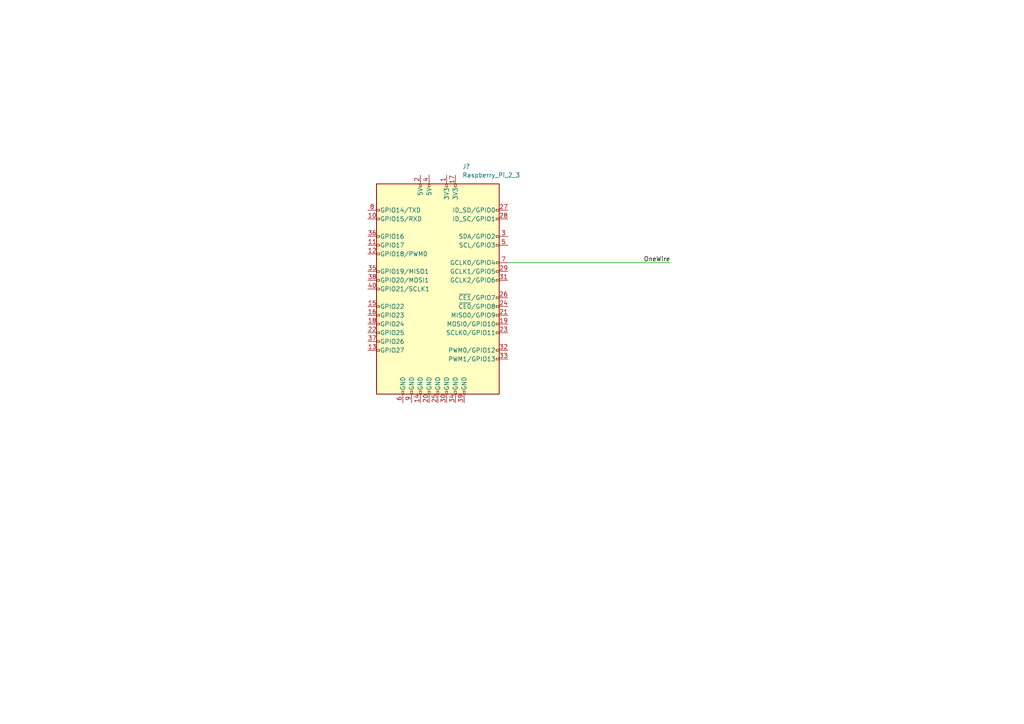
<source format=kicad_sch>
(kicad_sch (version 20211123) (generator eeschema)
  (paper "A4")
  (lib_symbols
    (symbol "Connector:Raspberry_Pi_2_3" (pin_names (offset 1.016))
      (property "Reference" "J" (at -17.78 31.75 0))
      (property "Value" "Raspberry_Pi_2_3" (at 10.16 -31.75 0))
      (symbol "Raspberry_Pi_2_3_0_1"
        (rectangle (start -17.78 30.48) (end 17.78 -30.48) (stroke (width 0.254)) (fill (type background)))
      )
      (symbol "Raspberry_Pi_2_3_1_1"
        (rectangle (start -16.891 -17.526) (end -17.78 -18.034))
        (rectangle (start -16.891 -14.986) (end -17.78 -15.494))
        (rectangle (start -16.891 -12.446) (end -17.78 -12.954))
        (rectangle (start -16.891 -9.906) (end -17.78 -10.414))
        (rectangle (start -16.891 -7.366) (end -17.78 -7.874))
        (rectangle (start -16.891 -4.826) (end -17.78 -5.334))
        (rectangle (start -16.891 0.254) (end -17.78 -0.254))
        (rectangle (start -16.891 2.794) (end -17.78 2.286))
        (rectangle (start -16.891 5.334) (end -17.78 4.826))
        (rectangle (start -16.891 10.414) (end -17.78 9.906))
        (rectangle (start -16.891 12.954) (end -17.78 12.446))
        (rectangle (start -16.891 15.494) (end -17.78 14.986))
        (rectangle (start -16.891 20.574) (end -17.78 20.066))
        (rectangle (start -16.891 23.114) (end -17.78 22.606))
        (rectangle (start -10.414 -29.591) (end -9.906 -30.48))
        (rectangle (start -7.874 -29.591) (end -7.366 -30.48))
        (rectangle (start -5.334 -29.591) (end -4.826 -30.48))
        (rectangle (start -5.334 30.48) (end -4.826 29.591))
        (rectangle (start -2.794 -29.591) (end -2.286 -30.48))
        (rectangle (start -2.794 30.48) (end -2.286 29.591))
        (rectangle (start -0.254 -29.591) (end 0.254 -30.48))
        (rectangle (start 2.286 -29.591) (end 2.794 -30.48))
        (rectangle (start 2.286 30.48) (end 2.794 29.591))
        (rectangle (start 4.826 -29.591) (end 5.334 -30.48))
        (rectangle (start 4.826 30.48) (end 5.334 29.591))
        (rectangle (start 7.366 -29.591) (end 7.874 -30.48))
        (rectangle (start 17.78 -20.066) (end 16.891 -20.574))
        (rectangle (start 17.78 -17.526) (end 16.891 -18.034))
        (rectangle (start 17.78 -12.446) (end 16.891 -12.954))
        (rectangle (start 17.78 -9.906) (end 16.891 -10.414))
        (rectangle (start 17.78 -7.366) (end 16.891 -7.874))
        (rectangle (start 17.78 -4.826) (end 16.891 -5.334))
        (rectangle (start 17.78 -2.286) (end 16.891 -2.794))
        (rectangle (start 17.78 2.794) (end 16.891 2.286))
        (rectangle (start 17.78 5.334) (end 16.891 4.826))
        (rectangle (start 17.78 7.874) (end 16.891 7.366))
        (rectangle (start 17.78 12.954) (end 16.891 12.446))
        (rectangle (start 17.78 15.494) (end 16.891 14.986))
        (rectangle (start 17.78 20.574) (end 16.891 20.066))
        (rectangle (start 17.78 23.114) (end 16.891 22.606))
        (pin power_in line (at 2.54 33.02 270) (length 2.54) (name "3V3") (number "1"))
        (pin bidirectional line (at -20.32 20.32 0) (length 2.54) (name "GPIO15/RXD") (number "10"))
        (pin bidirectional line (at -20.32 12.7 0) (length 2.54) (name "GPIO17") (number "11"))
        (pin bidirectional line (at -20.32 10.16 0) (length 2.54) (name "GPIO18/PWM0") (number "12"))
        (pin bidirectional line (at -20.32 -17.78 0) (length 2.54) (name "GPIO27") (number "13"))
        (pin power_in line (at -5.08 -33.02 90) (length 2.54) (name "GND") (number "14"))
        (pin bidirectional line (at -20.32 -5.08 0) (length 2.54) (name "GPIO22") (number "15"))
        (pin bidirectional line (at -20.32 -7.62 0) (length 2.54) (name "GPIO23") (number "16"))
        (pin power_in line (at 5.08 33.02 270) (length 2.54) (name "3V3") (number "17"))
        (pin bidirectional line (at -20.32 -10.16 0) (length 2.54) (name "GPIO24") (number "18"))
        (pin bidirectional line (at 20.32 -10.16 180) (length 2.54) (name "MOSI0/GPIO10") (number "19"))
        (pin power_in line (at -5.08 33.02 270) (length 2.54) (name "5V") (number "2"))
        (pin power_in line (at -2.54 -33.02 90) (length 2.54) (name "GND") (number "20"))
        (pin bidirectional line (at 20.32 -7.62 180) (length 2.54) (name "MISO0/GPIO9") (number "21"))
        (pin bidirectional line (at -20.32 -12.7 0) (length 2.54) (name "GPIO25") (number "22"))
        (pin bidirectional line (at 20.32 -12.7 180) (length 2.54) (name "SCLK0/GPIO11") (number "23"))
        (pin bidirectional line (at 20.32 -5.08 180) (length 2.54) (name "~{CE0}/GPIO8") (number "24"))
        (pin power_in line (at 0 -33.02 90) (length 2.54) (name "GND") (number "25"))
        (pin bidirectional line (at 20.32 -2.54 180) (length 2.54) (name "~{CE1}/GPIO7") (number "26"))
        (pin bidirectional line (at 20.32 22.86 180) (length 2.54) (name "ID_SD/GPIO0") (number "27"))
        (pin bidirectional line (at 20.32 20.32 180) (length 2.54) (name "ID_SC/GPIO1") (number "28"))
        (pin bidirectional line (at 20.32 5.08 180) (length 2.54) (name "GCLK1/GPIO5") (number "29"))
        (pin bidirectional line (at 20.32 15.24 180) (length 2.54) (name "SDA/GPIO2") (number "3"))
        (pin power_in line (at 2.54 -33.02 90) (length 2.54) (name "GND") (number "30"))
        (pin bidirectional line (at 20.32 2.54 180) (length 2.54) (name "GCLK2/GPIO6") (number "31"))
        (pin bidirectional line (at 20.32 -17.78 180) (length 2.54) (name "PWM0/GPIO12") (number "32"))
        (pin bidirectional line (at 20.32 -20.32 180) (length 2.54) (name "PWM1/GPIO13") (number "33"))
        (pin power_in line (at 5.08 -33.02 90) (length 2.54) (name "GND") (number "34"))
        (pin bidirectional line (at -20.32 5.08 0) (length 2.54) (name "GPIO19/MISO1") (number "35"))
        (pin bidirectional line (at -20.32 15.24 0) (length 2.54) (name "GPIO16") (number "36"))
        (pin bidirectional line (at -20.32 -15.24 0) (length 2.54) (name "GPIO26") (number "37"))
        (pin bidirectional line (at -20.32 2.54 0) (length 2.54) (name "GPIO20/MOSI1") (number "38"))
        (pin power_in line (at 7.62 -33.02 90) (length 2.54) (name "GND") (number "39"))
        (pin power_in line (at -2.54 33.02 270) (length 2.54) (name "5V") (number "4"))
        (pin bidirectional line (at -20.32 0 0) (length 2.54) (name "GPIO21/SCLK1") (number "40"))
        (pin bidirectional line (at 20.32 12.7 180) (length 2.54) (name "SCL/GPIO3") (number "5"))
        (pin power_in line (at -10.16 -33.02 90) (length 2.54) (name "GND") (number "6"))
        (pin bidirectional line (at 20.32 7.62 180) (length 2.54) (name "GCLK0/GPIO4") (number "7"))
        (pin bidirectional line (at -20.32 22.86 0) (length 2.54) (name "GPIO14/TXD") (number "8"))
        (pin power_in line (at -7.62 -33.02 90) (length 2.54) (name "GND") (number "9"))
      )
    )
  )
  (wire (pts (xy 147.32 76.2) (xy 194.31 76.2)))
  (label "OneWire" (at 186.69 76.2 0))
  (symbol (lib_id "Connector:Raspberry_Pi_2_3") (at 127 83.82 0) (unit 1)
    (property "Reference" "J?" (at 134.0994 48.26 0) (effects (justify left)))
    (property "Value" "Raspberry_Pi_2_3" (at 134.0994 50.8 0) (effects (justify left)))
    (property "Datasheet" "https://www.raspberrypi.org/documentation/hardware/raspberrypi/schematics/rpi_SCH_3bplus_1p0_reduced.pdf" (effects hide))
  )
)
</source>
